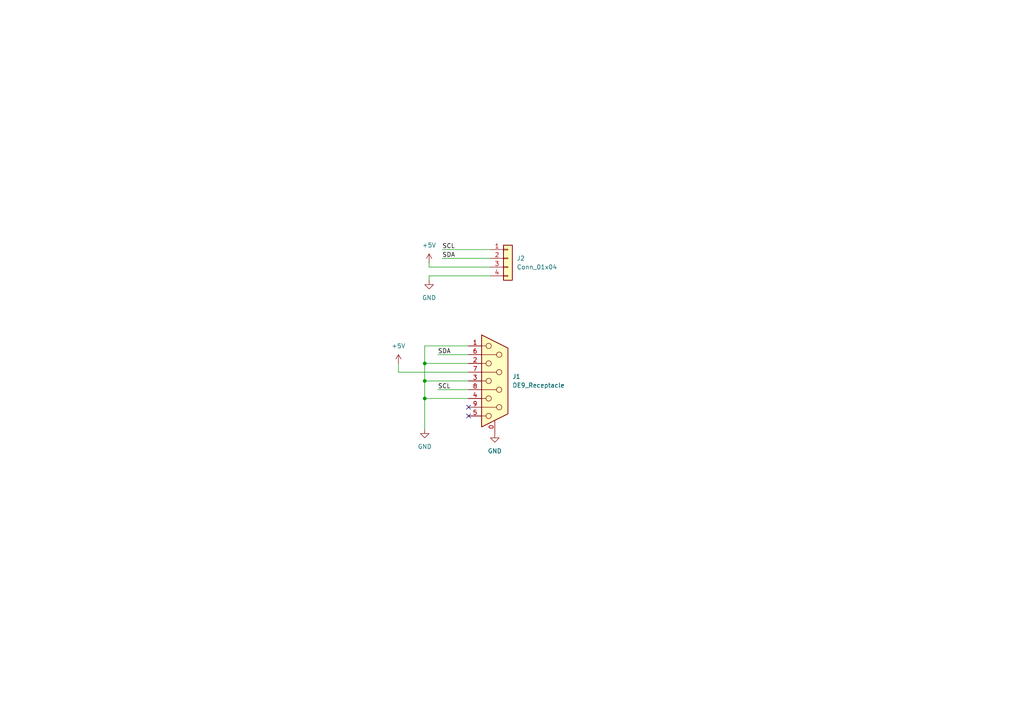
<source format=kicad_sch>
(kicad_sch
	(version 20231120)
	(generator "eeschema")
	(generator_version "8.0")
	(uuid "5ce43124-1456-461f-bdf2-6c04df326f1c")
	(paper "A4")
	(lib_symbols
		(symbol "Connector:DE9_Receptacle_MountingHoles"
			(pin_names
				(offset 1.016) hide)
			(exclude_from_sim no)
			(in_bom yes)
			(on_board yes)
			(property "Reference" "J"
				(at 0 16.51 0)
				(effects
					(font
						(size 1.27 1.27)
					)
				)
			)
			(property "Value" "DE9_Receptacle_MountingHoles"
				(at 0 14.605 0)
				(effects
					(font
						(size 1.27 1.27)
					)
				)
			)
			(property "Footprint" ""
				(at 0 0 0)
				(effects
					(font
						(size 1.27 1.27)
					)
					(hide yes)
				)
			)
			(property "Datasheet" " ~"
				(at 0 0 0)
				(effects
					(font
						(size 1.27 1.27)
					)
					(hide yes)
				)
			)
			(property "Description" "9-pin female receptacle socket D-SUB connector, Mounting Hole"
				(at 0 0 0)
				(effects
					(font
						(size 1.27 1.27)
					)
					(hide yes)
				)
			)
			(property "ki_keywords" "connector receptacle female D-SUB DB9"
				(at 0 0 0)
				(effects
					(font
						(size 1.27 1.27)
					)
					(hide yes)
				)
			)
			(property "ki_fp_filters" "DSUB*Female*"
				(at 0 0 0)
				(effects
					(font
						(size 1.27 1.27)
					)
					(hide yes)
				)
			)
			(symbol "DE9_Receptacle_MountingHoles_0_1"
				(circle
					(center -1.778 -10.16)
					(radius 0.762)
					(stroke
						(width 0)
						(type default)
					)
					(fill
						(type none)
					)
				)
				(circle
					(center -1.778 -5.08)
					(radius 0.762)
					(stroke
						(width 0)
						(type default)
					)
					(fill
						(type none)
					)
				)
				(circle
					(center -1.778 0)
					(radius 0.762)
					(stroke
						(width 0)
						(type default)
					)
					(fill
						(type none)
					)
				)
				(circle
					(center -1.778 5.08)
					(radius 0.762)
					(stroke
						(width 0)
						(type default)
					)
					(fill
						(type none)
					)
				)
				(circle
					(center -1.778 10.16)
					(radius 0.762)
					(stroke
						(width 0)
						(type default)
					)
					(fill
						(type none)
					)
				)
				(polyline
					(pts
						(xy -3.81 -10.16) (xy -2.54 -10.16)
					)
					(stroke
						(width 0)
						(type default)
					)
					(fill
						(type none)
					)
				)
				(polyline
					(pts
						(xy -3.81 -7.62) (xy 0.508 -7.62)
					)
					(stroke
						(width 0)
						(type default)
					)
					(fill
						(type none)
					)
				)
				(polyline
					(pts
						(xy -3.81 -5.08) (xy -2.54 -5.08)
					)
					(stroke
						(width 0)
						(type default)
					)
					(fill
						(type none)
					)
				)
				(polyline
					(pts
						(xy -3.81 -2.54) (xy 0.508 -2.54)
					)
					(stroke
						(width 0)
						(type default)
					)
					(fill
						(type none)
					)
				)
				(polyline
					(pts
						(xy -3.81 0) (xy -2.54 0)
					)
					(stroke
						(width 0)
						(type default)
					)
					(fill
						(type none)
					)
				)
				(polyline
					(pts
						(xy -3.81 2.54) (xy 0.508 2.54)
					)
					(stroke
						(width 0)
						(type default)
					)
					(fill
						(type none)
					)
				)
				(polyline
					(pts
						(xy -3.81 5.08) (xy -2.54 5.08)
					)
					(stroke
						(width 0)
						(type default)
					)
					(fill
						(type none)
					)
				)
				(polyline
					(pts
						(xy -3.81 7.62) (xy 0.508 7.62)
					)
					(stroke
						(width 0)
						(type default)
					)
					(fill
						(type none)
					)
				)
				(polyline
					(pts
						(xy -3.81 10.16) (xy -2.54 10.16)
					)
					(stroke
						(width 0)
						(type default)
					)
					(fill
						(type none)
					)
				)
				(polyline
					(pts
						(xy -3.81 13.335) (xy -3.81 -13.335) (xy 3.81 -9.525) (xy 3.81 9.525) (xy -3.81 13.335)
					)
					(stroke
						(width 0.254)
						(type default)
					)
					(fill
						(type background)
					)
				)
				(circle
					(center 1.27 -7.62)
					(radius 0.762)
					(stroke
						(width 0)
						(type default)
					)
					(fill
						(type none)
					)
				)
				(circle
					(center 1.27 -2.54)
					(radius 0.762)
					(stroke
						(width 0)
						(type default)
					)
					(fill
						(type none)
					)
				)
				(circle
					(center 1.27 2.54)
					(radius 0.762)
					(stroke
						(width 0)
						(type default)
					)
					(fill
						(type none)
					)
				)
				(circle
					(center 1.27 7.62)
					(radius 0.762)
					(stroke
						(width 0)
						(type default)
					)
					(fill
						(type none)
					)
				)
			)
			(symbol "DE9_Receptacle_MountingHoles_1_1"
				(pin passive line
					(at 0 -15.24 90)
					(length 3.81)
					(name "PAD"
						(effects
							(font
								(size 1.27 1.27)
							)
						)
					)
					(number "0"
						(effects
							(font
								(size 1.27 1.27)
							)
						)
					)
				)
				(pin passive line
					(at -7.62 10.16 0)
					(length 3.81)
					(name "1"
						(effects
							(font
								(size 1.27 1.27)
							)
						)
					)
					(number "1"
						(effects
							(font
								(size 1.27 1.27)
							)
						)
					)
				)
				(pin passive line
					(at -7.62 5.08 0)
					(length 3.81)
					(name "2"
						(effects
							(font
								(size 1.27 1.27)
							)
						)
					)
					(number "2"
						(effects
							(font
								(size 1.27 1.27)
							)
						)
					)
				)
				(pin passive line
					(at -7.62 0 0)
					(length 3.81)
					(name "3"
						(effects
							(font
								(size 1.27 1.27)
							)
						)
					)
					(number "3"
						(effects
							(font
								(size 1.27 1.27)
							)
						)
					)
				)
				(pin passive line
					(at -7.62 -5.08 0)
					(length 3.81)
					(name "4"
						(effects
							(font
								(size 1.27 1.27)
							)
						)
					)
					(number "4"
						(effects
							(font
								(size 1.27 1.27)
							)
						)
					)
				)
				(pin passive line
					(at -7.62 -10.16 0)
					(length 3.81)
					(name "5"
						(effects
							(font
								(size 1.27 1.27)
							)
						)
					)
					(number "5"
						(effects
							(font
								(size 1.27 1.27)
							)
						)
					)
				)
				(pin passive line
					(at -7.62 7.62 0)
					(length 3.81)
					(name "6"
						(effects
							(font
								(size 1.27 1.27)
							)
						)
					)
					(number "6"
						(effects
							(font
								(size 1.27 1.27)
							)
						)
					)
				)
				(pin passive line
					(at -7.62 2.54 0)
					(length 3.81)
					(name "7"
						(effects
							(font
								(size 1.27 1.27)
							)
						)
					)
					(number "7"
						(effects
							(font
								(size 1.27 1.27)
							)
						)
					)
				)
				(pin passive line
					(at -7.62 -2.54 0)
					(length 3.81)
					(name "8"
						(effects
							(font
								(size 1.27 1.27)
							)
						)
					)
					(number "8"
						(effects
							(font
								(size 1.27 1.27)
							)
						)
					)
				)
				(pin passive line
					(at -7.62 -7.62 0)
					(length 3.81)
					(name "9"
						(effects
							(font
								(size 1.27 1.27)
							)
						)
					)
					(number "9"
						(effects
							(font
								(size 1.27 1.27)
							)
						)
					)
				)
			)
		)
		(symbol "Connector_Generic:Conn_01x04"
			(pin_names
				(offset 1.016) hide)
			(exclude_from_sim no)
			(in_bom yes)
			(on_board yes)
			(property "Reference" "J"
				(at 0 5.08 0)
				(effects
					(font
						(size 1.27 1.27)
					)
				)
			)
			(property "Value" "Conn_01x04"
				(at 0 -7.62 0)
				(effects
					(font
						(size 1.27 1.27)
					)
				)
			)
			(property "Footprint" ""
				(at 0 0 0)
				(effects
					(font
						(size 1.27 1.27)
					)
					(hide yes)
				)
			)
			(property "Datasheet" "~"
				(at 0 0 0)
				(effects
					(font
						(size 1.27 1.27)
					)
					(hide yes)
				)
			)
			(property "Description" "Generic connector, single row, 01x04, script generated (kicad-library-utils/schlib/autogen/connector/)"
				(at 0 0 0)
				(effects
					(font
						(size 1.27 1.27)
					)
					(hide yes)
				)
			)
			(property "ki_keywords" "connector"
				(at 0 0 0)
				(effects
					(font
						(size 1.27 1.27)
					)
					(hide yes)
				)
			)
			(property "ki_fp_filters" "Connector*:*_1x??_*"
				(at 0 0 0)
				(effects
					(font
						(size 1.27 1.27)
					)
					(hide yes)
				)
			)
			(symbol "Conn_01x04_1_1"
				(rectangle
					(start -1.27 -4.953)
					(end 0 -5.207)
					(stroke
						(width 0.1524)
						(type default)
					)
					(fill
						(type none)
					)
				)
				(rectangle
					(start -1.27 -2.413)
					(end 0 -2.667)
					(stroke
						(width 0.1524)
						(type default)
					)
					(fill
						(type none)
					)
				)
				(rectangle
					(start -1.27 0.127)
					(end 0 -0.127)
					(stroke
						(width 0.1524)
						(type default)
					)
					(fill
						(type none)
					)
				)
				(rectangle
					(start -1.27 2.667)
					(end 0 2.413)
					(stroke
						(width 0.1524)
						(type default)
					)
					(fill
						(type none)
					)
				)
				(rectangle
					(start -1.27 3.81)
					(end 1.27 -6.35)
					(stroke
						(width 0.254)
						(type default)
					)
					(fill
						(type background)
					)
				)
				(pin passive line
					(at -5.08 2.54 0)
					(length 3.81)
					(name "Pin_1"
						(effects
							(font
								(size 1.27 1.27)
							)
						)
					)
					(number "1"
						(effects
							(font
								(size 1.27 1.27)
							)
						)
					)
				)
				(pin passive line
					(at -5.08 0 0)
					(length 3.81)
					(name "Pin_2"
						(effects
							(font
								(size 1.27 1.27)
							)
						)
					)
					(number "2"
						(effects
							(font
								(size 1.27 1.27)
							)
						)
					)
				)
				(pin passive line
					(at -5.08 -2.54 0)
					(length 3.81)
					(name "Pin_3"
						(effects
							(font
								(size 1.27 1.27)
							)
						)
					)
					(number "3"
						(effects
							(font
								(size 1.27 1.27)
							)
						)
					)
				)
				(pin passive line
					(at -5.08 -5.08 0)
					(length 3.81)
					(name "Pin_4"
						(effects
							(font
								(size 1.27 1.27)
							)
						)
					)
					(number "4"
						(effects
							(font
								(size 1.27 1.27)
							)
						)
					)
				)
			)
		)
		(symbol "power:+5V"
			(power)
			(pin_numbers hide)
			(pin_names
				(offset 0) hide)
			(exclude_from_sim no)
			(in_bom yes)
			(on_board yes)
			(property "Reference" "#PWR"
				(at 0 -3.81 0)
				(effects
					(font
						(size 1.27 1.27)
					)
					(hide yes)
				)
			)
			(property "Value" "+5V"
				(at 0 3.556 0)
				(effects
					(font
						(size 1.27 1.27)
					)
				)
			)
			(property "Footprint" ""
				(at 0 0 0)
				(effects
					(font
						(size 1.27 1.27)
					)
					(hide yes)
				)
			)
			(property "Datasheet" ""
				(at 0 0 0)
				(effects
					(font
						(size 1.27 1.27)
					)
					(hide yes)
				)
			)
			(property "Description" "Power symbol creates a global label with name \"+5V\""
				(at 0 0 0)
				(effects
					(font
						(size 1.27 1.27)
					)
					(hide yes)
				)
			)
			(property "ki_keywords" "global power"
				(at 0 0 0)
				(effects
					(font
						(size 1.27 1.27)
					)
					(hide yes)
				)
			)
			(symbol "+5V_0_1"
				(polyline
					(pts
						(xy -0.762 1.27) (xy 0 2.54)
					)
					(stroke
						(width 0)
						(type default)
					)
					(fill
						(type none)
					)
				)
				(polyline
					(pts
						(xy 0 0) (xy 0 2.54)
					)
					(stroke
						(width 0)
						(type default)
					)
					(fill
						(type none)
					)
				)
				(polyline
					(pts
						(xy 0 2.54) (xy 0.762 1.27)
					)
					(stroke
						(width 0)
						(type default)
					)
					(fill
						(type none)
					)
				)
			)
			(symbol "+5V_1_1"
				(pin power_in line
					(at 0 0 90)
					(length 0)
					(name "~"
						(effects
							(font
								(size 1.27 1.27)
							)
						)
					)
					(number "1"
						(effects
							(font
								(size 1.27 1.27)
							)
						)
					)
				)
			)
		)
		(symbol "power:GND"
			(power)
			(pin_numbers hide)
			(pin_names
				(offset 0) hide)
			(exclude_from_sim no)
			(in_bom yes)
			(on_board yes)
			(property "Reference" "#PWR"
				(at 0 -6.35 0)
				(effects
					(font
						(size 1.27 1.27)
					)
					(hide yes)
				)
			)
			(property "Value" "GND"
				(at 0 -3.81 0)
				(effects
					(font
						(size 1.27 1.27)
					)
				)
			)
			(property "Footprint" ""
				(at 0 0 0)
				(effects
					(font
						(size 1.27 1.27)
					)
					(hide yes)
				)
			)
			(property "Datasheet" ""
				(at 0 0 0)
				(effects
					(font
						(size 1.27 1.27)
					)
					(hide yes)
				)
			)
			(property "Description" "Power symbol creates a global label with name \"GND\" , ground"
				(at 0 0 0)
				(effects
					(font
						(size 1.27 1.27)
					)
					(hide yes)
				)
			)
			(property "ki_keywords" "global power"
				(at 0 0 0)
				(effects
					(font
						(size 1.27 1.27)
					)
					(hide yes)
				)
			)
			(symbol "GND_0_1"
				(polyline
					(pts
						(xy 0 0) (xy 0 -1.27) (xy 1.27 -1.27) (xy 0 -2.54) (xy -1.27 -1.27) (xy 0 -1.27)
					)
					(stroke
						(width 0)
						(type default)
					)
					(fill
						(type none)
					)
				)
			)
			(symbol "GND_1_1"
				(pin power_in line
					(at 0 0 270)
					(length 0)
					(name "~"
						(effects
							(font
								(size 1.27 1.27)
							)
						)
					)
					(number "1"
						(effects
							(font
								(size 1.27 1.27)
							)
						)
					)
				)
			)
		)
	)
	(junction
		(at 123.19 105.41)
		(diameter 0)
		(color 0 0 0 0)
		(uuid "0e41ecbe-7b86-4d7b-871f-f6cf496a46a4")
	)
	(junction
		(at 123.19 110.49)
		(diameter 0)
		(color 0 0 0 0)
		(uuid "67a5e87d-283e-4f2b-a666-5da17cf9d369")
	)
	(junction
		(at 123.19 115.57)
		(diameter 0)
		(color 0 0 0 0)
		(uuid "c2fcf7a8-bd02-4dd8-a07f-d0df35659f08")
	)
	(no_connect
		(at 135.89 120.65)
		(uuid "802abc09-c7d7-4f03-972f-f0301e190a3b")
	)
	(no_connect
		(at 135.89 118.11)
		(uuid "ab8583da-a87e-4e13-b146-33abbc2d6001")
	)
	(wire
		(pts
			(xy 123.19 105.41) (xy 135.89 105.41)
		)
		(stroke
			(width 0)
			(type default)
		)
		(uuid "04bb6834-9279-451e-8950-6d19a383f8d0")
	)
	(wire
		(pts
			(xy 123.19 110.49) (xy 123.19 115.57)
		)
		(stroke
			(width 0)
			(type default)
		)
		(uuid "11106e91-dc41-4670-986e-1df91041b114")
	)
	(wire
		(pts
			(xy 142.24 74.93) (xy 128.27 74.93)
		)
		(stroke
			(width 0)
			(type default)
		)
		(uuid "30294e01-fbe9-4d40-b561-5d804598ab2b")
	)
	(wire
		(pts
			(xy 142.24 72.39) (xy 128.27 72.39)
		)
		(stroke
			(width 0)
			(type default)
		)
		(uuid "331c92d7-edd7-4ac3-bc5a-af0897d9518b")
	)
	(wire
		(pts
			(xy 135.89 107.95) (xy 115.57 107.95)
		)
		(stroke
			(width 0)
			(type default)
		)
		(uuid "3d848c50-e2aa-4dc6-8371-17c498efd654")
	)
	(wire
		(pts
			(xy 124.46 81.28) (xy 124.46 80.01)
		)
		(stroke
			(width 0)
			(type default)
		)
		(uuid "5c4f573a-07da-41be-81cc-7ac6333a4706")
	)
	(wire
		(pts
			(xy 124.46 77.47) (xy 142.24 77.47)
		)
		(stroke
			(width 0)
			(type default)
		)
		(uuid "73155fbf-6c91-4224-91a0-a9e300f4e0bf")
	)
	(wire
		(pts
			(xy 123.19 105.41) (xy 123.19 110.49)
		)
		(stroke
			(width 0)
			(type default)
		)
		(uuid "7b82d5cb-dc97-46d8-941d-ecde95bb8c0a")
	)
	(wire
		(pts
			(xy 123.19 115.57) (xy 123.19 124.46)
		)
		(stroke
			(width 0)
			(type default)
		)
		(uuid "8bf94732-880f-4daa-a98b-eeba14939777")
	)
	(wire
		(pts
			(xy 124.46 80.01) (xy 142.24 80.01)
		)
		(stroke
			(width 0)
			(type default)
		)
		(uuid "9e9a7725-5a19-4c44-8d52-d794c245cf10")
	)
	(wire
		(pts
			(xy 123.19 115.57) (xy 135.89 115.57)
		)
		(stroke
			(width 0)
			(type default)
		)
		(uuid "b4dfdb25-f534-4b04-b6d3-f60bbd0c50ae")
	)
	(wire
		(pts
			(xy 135.89 113.03) (xy 127 113.03)
		)
		(stroke
			(width 0)
			(type default)
		)
		(uuid "bbce7395-8c7c-4cb8-873b-fe2b0d747d30")
	)
	(wire
		(pts
			(xy 115.57 107.95) (xy 115.57 105.41)
		)
		(stroke
			(width 0)
			(type default)
		)
		(uuid "c40542df-f0a8-4760-8d46-d19fe327b074")
	)
	(wire
		(pts
			(xy 123.19 110.49) (xy 135.89 110.49)
		)
		(stroke
			(width 0)
			(type default)
		)
		(uuid "cdb725a0-87c0-4022-88ca-3966ab9efb00")
	)
	(wire
		(pts
			(xy 135.89 102.87) (xy 127 102.87)
		)
		(stroke
			(width 0)
			(type default)
		)
		(uuid "dcefd2a0-e5d2-4ef5-9cba-9979b1960e6f")
	)
	(wire
		(pts
			(xy 124.46 76.2) (xy 124.46 77.47)
		)
		(stroke
			(width 0)
			(type default)
		)
		(uuid "e560b310-7c1b-48c3-849d-6849013dc13c")
	)
	(wire
		(pts
			(xy 123.19 100.33) (xy 123.19 105.41)
		)
		(stroke
			(width 0)
			(type default)
		)
		(uuid "f108bde7-c51e-46e5-87c0-3b29f28c39b1")
	)
	(wire
		(pts
			(xy 135.89 100.33) (xy 123.19 100.33)
		)
		(stroke
			(width 0)
			(type default)
		)
		(uuid "fe7609c2-d40f-4898-8fed-94663e463695")
	)
	(label "SCL"
		(at 127 113.03 0)
		(fields_autoplaced yes)
		(effects
			(font
				(size 1.27 1.27)
			)
			(justify left bottom)
		)
		(uuid "2bd3f452-5ef5-4dcd-bd8a-60ba2028b657")
	)
	(label "SDA"
		(at 128.27 74.93 0)
		(fields_autoplaced yes)
		(effects
			(font
				(size 1.27 1.27)
			)
			(justify left bottom)
		)
		(uuid "76b74f0a-a34e-475c-9da0-93cc9bf15804")
	)
	(label "SCL"
		(at 128.27 72.39 0)
		(fields_autoplaced yes)
		(effects
			(font
				(size 1.27 1.27)
			)
			(justify left bottom)
		)
		(uuid "93ca51c9-7e23-4ff5-b9c8-b42311379692")
	)
	(label "SDA"
		(at 127 102.87 0)
		(fields_autoplaced yes)
		(effects
			(font
				(size 1.27 1.27)
			)
			(justify left bottom)
		)
		(uuid "940db61d-39ff-48fa-9c08-bd2222af4b24")
	)
	(symbol
		(lib_id "Connector:DE9_Receptacle_MountingHoles")
		(at 143.51 110.49 0)
		(unit 1)
		(exclude_from_sim no)
		(in_bom yes)
		(on_board yes)
		(dnp no)
		(fields_autoplaced yes)
		(uuid "11674347-3b90-4650-80ff-583a0b7b2221")
		(property "Reference" "J1"
			(at 148.59 109.2199 0)
			(effects
				(font
					(size 1.27 1.27)
				)
				(justify left)
			)
		)
		(property "Value" "DE9_Receptacle"
			(at 148.59 111.7599 0)
			(effects
				(font
					(size 1.27 1.27)
				)
				(justify left)
			)
		)
		(property "Footprint" "SamacSys_Parts:LD09P13A4GX00LF"
			(at 143.51 110.49 0)
			(effects
				(font
					(size 1.27 1.27)
				)
				(hide yes)
			)
		)
		(property "Datasheet" " ~"
			(at 143.51 110.49 0)
			(effects
				(font
					(size 1.27 1.27)
				)
				(hide yes)
			)
		)
		(property "Description" "Male 9-pin D-SUB w/mounting"
			(at 143.51 110.49 0)
			(effects
				(font
					(size 1.27 1.27)
				)
				(hide yes)
			)
		)
		(property "Manufacturer_Name" "Amphenol Commercial Products"
			(at 143.51 110.49 0)
			(effects
				(font
					(size 1.27 1.27)
				)
				(hide yes)
			)
		)
		(property "Manufacturer_Part_Number" "LD09P13A4GX00LF"
			(at 143.51 110.49 0)
			(effects
				(font
					(size 1.27 1.27)
				)
				(hide yes)
			)
		)
		(property "Mouser Part Number" "523-L77SDE09SA4CH4F"
			(at 143.51 110.49 0)
			(effects
				(font
					(size 1.27 1.27)
				)
				(hide yes)
			)
		)
		(pin "1"
			(uuid "f805b726-a664-4bb2-9613-c89f88de9943")
		)
		(pin "5"
			(uuid "7fa3ad32-1769-457a-8b85-b6eb2f696d9c")
		)
		(pin "2"
			(uuid "dadea35b-3e38-48b5-bcad-725e9bcc93c8")
		)
		(pin "4"
			(uuid "5c8595dd-6eca-4d3a-94d5-45298f39be07")
		)
		(pin "7"
			(uuid "666846c3-63fb-487f-ba20-5f605af78b88")
		)
		(pin "3"
			(uuid "01f0c924-1748-44ce-8569-09413b31098c")
		)
		(pin "6"
			(uuid "63142409-863c-41dc-a82f-24d3df35fd21")
		)
		(pin "8"
			(uuid "fd194508-9f2a-47ec-a195-fa76e7d0ab2c")
		)
		(pin "9"
			(uuid "533ec716-d74e-4156-9cd1-15e5eb8e9ed0")
		)
		(pin "0"
			(uuid "059970b9-9ff6-405e-ba82-4d67f8cfe511")
		)
		(instances
			(project "i2c_de9_stemma"
				(path "/5ce43124-1456-461f-bdf2-6c04df326f1c"
					(reference "J1")
					(unit 1)
				)
			)
		)
	)
	(symbol
		(lib_id "power:GND")
		(at 143.51 125.73 0)
		(unit 1)
		(exclude_from_sim no)
		(in_bom yes)
		(on_board yes)
		(dnp no)
		(fields_autoplaced yes)
		(uuid "53f2f939-796f-49d8-9f70-f2ac727d798b")
		(property "Reference" "#PWR05"
			(at 143.51 132.08 0)
			(effects
				(font
					(size 1.27 1.27)
				)
				(hide yes)
			)
		)
		(property "Value" "GND"
			(at 143.51 130.81 0)
			(effects
				(font
					(size 1.27 1.27)
				)
			)
		)
		(property "Footprint" ""
			(at 143.51 125.73 0)
			(effects
				(font
					(size 1.27 1.27)
				)
				(hide yes)
			)
		)
		(property "Datasheet" ""
			(at 143.51 125.73 0)
			(effects
				(font
					(size 1.27 1.27)
				)
				(hide yes)
			)
		)
		(property "Description" "Power symbol creates a global label with name \"GND\" , ground"
			(at 143.51 125.73 0)
			(effects
				(font
					(size 1.27 1.27)
				)
				(hide yes)
			)
		)
		(pin "1"
			(uuid "5e716170-39dc-431d-8e7e-0866be2cde06")
		)
		(instances
			(project "i2c_de9_stemma"
				(path "/5ce43124-1456-461f-bdf2-6c04df326f1c"
					(reference "#PWR05")
					(unit 1)
				)
			)
		)
	)
	(symbol
		(lib_id "power:GND")
		(at 124.46 81.28 0)
		(unit 1)
		(exclude_from_sim no)
		(in_bom yes)
		(on_board yes)
		(dnp no)
		(fields_autoplaced yes)
		(uuid "6e6f7e4b-4fe9-4ad9-b4ec-3b5015ac3ee3")
		(property "Reference" "#PWR04"
			(at 124.46 87.63 0)
			(effects
				(font
					(size 1.27 1.27)
				)
				(hide yes)
			)
		)
		(property "Value" "GND"
			(at 124.46 86.36 0)
			(effects
				(font
					(size 1.27 1.27)
				)
			)
		)
		(property "Footprint" ""
			(at 124.46 81.28 0)
			(effects
				(font
					(size 1.27 1.27)
				)
				(hide yes)
			)
		)
		(property "Datasheet" ""
			(at 124.46 81.28 0)
			(effects
				(font
					(size 1.27 1.27)
				)
				(hide yes)
			)
		)
		(property "Description" "Power symbol creates a global label with name \"GND\" , ground"
			(at 124.46 81.28 0)
			(effects
				(font
					(size 1.27 1.27)
				)
				(hide yes)
			)
		)
		(pin "1"
			(uuid "48b5b932-8037-4250-bc63-ae693b2cbe74")
		)
		(instances
			(project "i2c_de9_stemma"
				(path "/5ce43124-1456-461f-bdf2-6c04df326f1c"
					(reference "#PWR04")
					(unit 1)
				)
			)
		)
	)
	(symbol
		(lib_id "power:+5V")
		(at 115.57 105.41 0)
		(unit 1)
		(exclude_from_sim no)
		(in_bom yes)
		(on_board yes)
		(dnp no)
		(fields_autoplaced yes)
		(uuid "b229b27f-acef-4383-a426-aee49e814e9a")
		(property "Reference" "#PWR01"
			(at 115.57 109.22 0)
			(effects
				(font
					(size 1.27 1.27)
				)
				(hide yes)
			)
		)
		(property "Value" "+5V"
			(at 115.57 100.33 0)
			(effects
				(font
					(size 1.27 1.27)
				)
			)
		)
		(property "Footprint" ""
			(at 115.57 105.41 0)
			(effects
				(font
					(size 1.27 1.27)
				)
				(hide yes)
			)
		)
		(property "Datasheet" ""
			(at 115.57 105.41 0)
			(effects
				(font
					(size 1.27 1.27)
				)
				(hide yes)
			)
		)
		(property "Description" "Power symbol creates a global label with name \"+5V\""
			(at 115.57 105.41 0)
			(effects
				(font
					(size 1.27 1.27)
				)
				(hide yes)
			)
		)
		(pin "1"
			(uuid "4313466f-d6f5-4dd2-98b3-f08c15f6b4c8")
		)
		(instances
			(project "i2c_de9_stemma"
				(path "/5ce43124-1456-461f-bdf2-6c04df326f1c"
					(reference "#PWR01")
					(unit 1)
				)
			)
		)
	)
	(symbol
		(lib_id "power:+5V")
		(at 124.46 76.2 0)
		(unit 1)
		(exclude_from_sim no)
		(in_bom yes)
		(on_board yes)
		(dnp no)
		(fields_autoplaced yes)
		(uuid "df2f5c24-db0e-422e-ae72-7346f5ab8ede")
		(property "Reference" "#PWR03"
			(at 124.46 80.01 0)
			(effects
				(font
					(size 1.27 1.27)
				)
				(hide yes)
			)
		)
		(property "Value" "+5V"
			(at 124.46 71.12 0)
			(effects
				(font
					(size 1.27 1.27)
				)
			)
		)
		(property "Footprint" ""
			(at 124.46 76.2 0)
			(effects
				(font
					(size 1.27 1.27)
				)
				(hide yes)
			)
		)
		(property "Datasheet" ""
			(at 124.46 76.2 0)
			(effects
				(font
					(size 1.27 1.27)
				)
				(hide yes)
			)
		)
		(property "Description" "Power symbol creates a global label with name \"+5V\""
			(at 124.46 76.2 0)
			(effects
				(font
					(size 1.27 1.27)
				)
				(hide yes)
			)
		)
		(pin "1"
			(uuid "1bfda5ea-3882-469d-b209-9ee7a6fb6b42")
		)
		(instances
			(project "i2c_de9_stemma"
				(path "/5ce43124-1456-461f-bdf2-6c04df326f1c"
					(reference "#PWR03")
					(unit 1)
				)
			)
		)
	)
	(symbol
		(lib_id "Connector_Generic:Conn_01x04")
		(at 147.32 74.93 0)
		(unit 1)
		(exclude_from_sim no)
		(in_bom yes)
		(on_board yes)
		(dnp no)
		(fields_autoplaced yes)
		(uuid "ead7ebcf-af29-4184-90fe-9803ad4fdc96")
		(property "Reference" "J2"
			(at 149.86 74.9299 0)
			(effects
				(font
					(size 1.27 1.27)
				)
				(justify left)
			)
		)
		(property "Value" "Conn_01x04"
			(at 149.86 77.4699 0)
			(effects
				(font
					(size 1.27 1.27)
				)
				(justify left)
			)
		)
		(property "Footprint" "Connector_JST:JST_PH_S4B-PH-K_1x04_P2.00mm_Horizontal"
			(at 147.32 74.93 0)
			(effects
				(font
					(size 1.27 1.27)
				)
				(hide yes)
			)
		)
		(property "Datasheet" "~"
			(at 147.32 74.93 0)
			(effects
				(font
					(size 1.27 1.27)
				)
				(hide yes)
			)
		)
		(property "Description" "JST PH series horizontal through-hole header"
			(at 147.32 74.93 0)
			(effects
				(font
					(size 1.27 1.27)
				)
				(hide yes)
			)
		)
		(property "LCSC Part #" "C157926"
			(at 147.32 74.93 0)
			(effects
				(font
					(size 1.27 1.27)
				)
				(hide yes)
			)
		)
		(property "Manufacturer_Name" "JST"
			(at 147.32 74.93 0)
			(effects
				(font
					(size 1.27 1.27)
				)
				(hide yes)
			)
		)
		(property "Manufacturer_Part_Number" " S4B-PH-K-S(LF)(SN)"
			(at 147.32 74.93 0)
			(effects
				(font
					(size 1.27 1.27)
				)
				(hide yes)
			)
		)
		(property "Mouser Part Number" "306-S4BPHKSLFSN"
			(at 147.32 74.93 0)
			(effects
				(font
					(size 1.27 1.27)
				)
				(hide yes)
			)
		)
		(pin "3"
			(uuid "394c28e0-7160-4abc-9c41-17dbcf99c979")
		)
		(pin "1"
			(uuid "3b01169f-1847-4e5a-b96d-bdbd9ee30265")
		)
		(pin "2"
			(uuid "fa981b14-c44a-4292-a34c-6b614e83fde2")
		)
		(pin "4"
			(uuid "e477f1ea-a6cb-4e0b-a190-cdef79d8a651")
		)
		(instances
			(project "i2c_de9_stemma"
				(path "/5ce43124-1456-461f-bdf2-6c04df326f1c"
					(reference "J2")
					(unit 1)
				)
			)
		)
	)
	(symbol
		(lib_id "power:GND")
		(at 123.19 124.46 0)
		(unit 1)
		(exclude_from_sim no)
		(in_bom yes)
		(on_board yes)
		(dnp no)
		(fields_autoplaced yes)
		(uuid "eafc500d-e44f-4793-b118-9a8c5e45ae59")
		(property "Reference" "#PWR02"
			(at 123.19 130.81 0)
			(effects
				(font
					(size 1.27 1.27)
				)
				(hide yes)
			)
		)
		(property "Value" "GND"
			(at 123.19 129.54 0)
			(effects
				(font
					(size 1.27 1.27)
				)
			)
		)
		(property "Footprint" ""
			(at 123.19 124.46 0)
			(effects
				(font
					(size 1.27 1.27)
				)
				(hide yes)
			)
		)
		(property "Datasheet" ""
			(at 123.19 124.46 0)
			(effects
				(font
					(size 1.27 1.27)
				)
				(hide yes)
			)
		)
		(property "Description" "Power symbol creates a global label with name \"GND\" , ground"
			(at 123.19 124.46 0)
			(effects
				(font
					(size 1.27 1.27)
				)
				(hide yes)
			)
		)
		(pin "1"
			(uuid "551dbe2d-38aa-4991-897e-e341754df109")
		)
		(instances
			(project "i2c_de9_stemma"
				(path "/5ce43124-1456-461f-bdf2-6c04df326f1c"
					(reference "#PWR02")
					(unit 1)
				)
			)
		)
	)
	(sheet_instances
		(path "/"
			(page "1")
		)
	)
)
</source>
